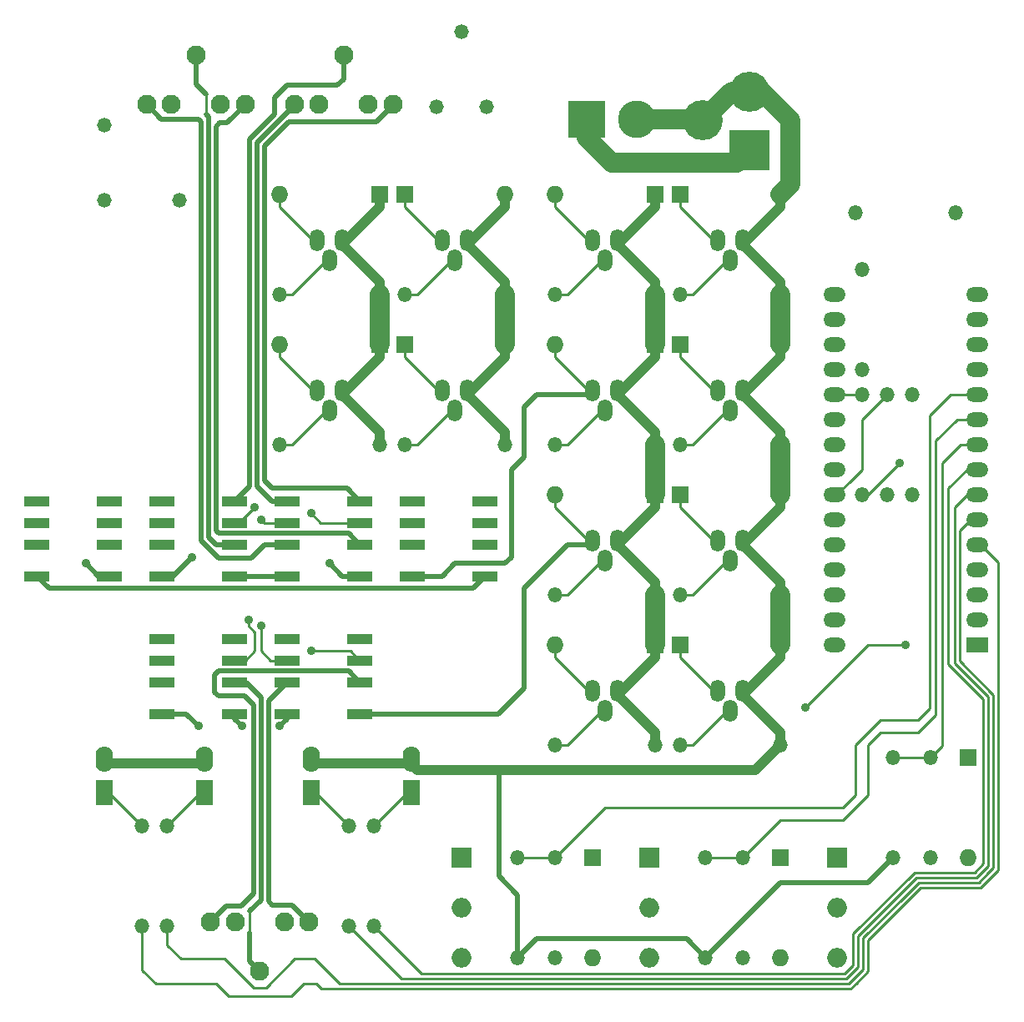
<source format=gtl>
G04 (created by PCBNEW (2013-07-07 BZR 4022)-stable) date Tue 03 Nov 2020 08:36:50 PM CST*
%MOIN*%
G04 Gerber Fmt 3.4, Leading zero omitted, Abs format*
%FSLAX34Y34*%
G01*
G70*
G90*
G04 APERTURE LIST*
%ADD10C,0.00590551*%
%ADD11R,0.069X0.069*%
%ADD12O,0.069X0.069*%
%ADD13O,0.059X0.0885*%
%ADD14C,0.0767717*%
%ADD15O,0.059X0.059*%
%ADD16R,0.069X0.1035*%
%ADD17O,0.069X0.1035*%
%ADD18R,0.0885X0.059*%
%ADD19O,0.0885X0.059*%
%ADD20R,0.0787402X0.0787402*%
%ADD21O,0.0787402X0.0787402*%
%ADD22R,0.16X0.16*%
%ADD23C,0.16*%
%ADD24R,0.15X0.15*%
%ADD25C,0.15*%
%ADD26R,0.0984252X0.0393701*%
%ADD27O,0.058X0.058*%
%ADD28C,0.035*%
%ADD29C,0.01*%
%ADD30C,0.08*%
%ADD31C,0.04*%
%ADD32C,0.02*%
G04 APERTURE END LIST*
G54D10*
G54D11*
X58000Y-92500D03*
G54D12*
X58000Y-96500D03*
G54D13*
X45500Y-67852D03*
X45000Y-68647D03*
X44500Y-67852D03*
X56500Y-85852D03*
X56000Y-86647D03*
X55500Y-85852D03*
X56500Y-73852D03*
X56000Y-74647D03*
X55500Y-73852D03*
X56500Y-79852D03*
X56000Y-80647D03*
X55500Y-79852D03*
X56500Y-67852D03*
X56000Y-68647D03*
X55500Y-67852D03*
X45500Y-73852D03*
X45000Y-74647D03*
X44500Y-73852D03*
G54D14*
X37204Y-97047D03*
X36220Y-95078D03*
X38188Y-95078D03*
X35236Y-95078D03*
X39173Y-95078D03*
G54D15*
X54000Y-76000D03*
X58000Y-76000D03*
X42000Y-70000D03*
X38000Y-70000D03*
X53000Y-76000D03*
X49000Y-76000D03*
X53000Y-82000D03*
X49000Y-82000D03*
X43000Y-70000D03*
X47000Y-70000D03*
X43000Y-76000D03*
X47000Y-76000D03*
X54000Y-82000D03*
X58000Y-82000D03*
X53000Y-88000D03*
X49000Y-88000D03*
X54000Y-88000D03*
X58000Y-88000D03*
X53000Y-70000D03*
X49000Y-70000D03*
X54000Y-70000D03*
X58000Y-70000D03*
X42000Y-76000D03*
X38000Y-76000D03*
X49000Y-96500D03*
X49000Y-92500D03*
X56500Y-96500D03*
X56500Y-92500D03*
X64000Y-92500D03*
X64000Y-88500D03*
X40750Y-95250D03*
X40750Y-91250D03*
X41750Y-95250D03*
X41750Y-91250D03*
X33500Y-95250D03*
X33500Y-91250D03*
X32500Y-95250D03*
X32500Y-91250D03*
G54D16*
X35000Y-89922D03*
G54D17*
X35000Y-88577D03*
G54D16*
X39250Y-89922D03*
G54D17*
X39250Y-88577D03*
G54D16*
X43250Y-89922D03*
G54D17*
X43250Y-88577D03*
G54D16*
X31000Y-89922D03*
G54D17*
X31000Y-88577D03*
G54D11*
X65500Y-88500D03*
G54D12*
X65500Y-92500D03*
G54D11*
X50500Y-92500D03*
G54D12*
X50500Y-96500D03*
G54D11*
X42000Y-72000D03*
G54D12*
X38000Y-72000D03*
G54D11*
X43000Y-72000D03*
G54D12*
X47000Y-72000D03*
G54D11*
X54000Y-66000D03*
G54D12*
X58000Y-66000D03*
G54D11*
X53000Y-66000D03*
G54D12*
X49000Y-66000D03*
G54D11*
X43000Y-66000D03*
G54D12*
X47000Y-66000D03*
G54D11*
X42000Y-66000D03*
G54D12*
X38000Y-66000D03*
G54D11*
X53000Y-84000D03*
G54D12*
X49000Y-84000D03*
G54D11*
X54000Y-84000D03*
G54D12*
X58000Y-84000D03*
G54D11*
X54000Y-72000D03*
G54D12*
X58000Y-72000D03*
G54D11*
X53000Y-72000D03*
G54D12*
X49000Y-72000D03*
G54D11*
X53000Y-78000D03*
G54D12*
X49000Y-78000D03*
G54D11*
X54000Y-78000D03*
G54D12*
X58000Y-78000D03*
G54D18*
X65852Y-84000D03*
G54D19*
X65852Y-83000D03*
X65852Y-82000D03*
X65852Y-81000D03*
X60147Y-79000D03*
X60147Y-80000D03*
X60147Y-81000D03*
X65852Y-80000D03*
X65852Y-79000D03*
X65852Y-78000D03*
X60147Y-78000D03*
X60147Y-77000D03*
X60147Y-76000D03*
X65852Y-77000D03*
X65852Y-76000D03*
X65852Y-75000D03*
X65852Y-74000D03*
X65852Y-73000D03*
X65852Y-72000D03*
X65852Y-71000D03*
X60147Y-75000D03*
X60147Y-74000D03*
X60147Y-73000D03*
X60147Y-72000D03*
X60147Y-71000D03*
X60147Y-70000D03*
X65852Y-70000D03*
X60147Y-82000D03*
X60147Y-83000D03*
X60147Y-84000D03*
G54D20*
X60250Y-92500D03*
G54D21*
X60250Y-94500D03*
X60250Y-96500D03*
G54D20*
X52750Y-92500D03*
G54D21*
X52750Y-94500D03*
X52750Y-96500D03*
G54D20*
X45250Y-92500D03*
G54D21*
X45250Y-94500D03*
X45250Y-96500D03*
G54D22*
X56750Y-64250D03*
G54D23*
X56750Y-61900D03*
X54900Y-63050D03*
G54D24*
X50250Y-63000D03*
G54D25*
X52250Y-63000D03*
G54D15*
X47500Y-92500D03*
X47500Y-96500D03*
X55000Y-92500D03*
X55000Y-96500D03*
X62500Y-88500D03*
X62500Y-92500D03*
G54D26*
X33293Y-85500D03*
X33293Y-84633D03*
X33293Y-83767D03*
X33293Y-86759D03*
X36206Y-85500D03*
X36206Y-84633D03*
X36206Y-83767D03*
X36206Y-86759D03*
X38293Y-85500D03*
X38293Y-84633D03*
X38293Y-83767D03*
X38293Y-86759D03*
X41206Y-85500D03*
X41206Y-84633D03*
X41206Y-83767D03*
X41206Y-86759D03*
X43293Y-80000D03*
X43293Y-79133D03*
X43293Y-78267D03*
X43293Y-81259D03*
X46206Y-80000D03*
X46206Y-79133D03*
X46206Y-78267D03*
X46206Y-81259D03*
X38293Y-80000D03*
X38293Y-79133D03*
X38293Y-78267D03*
X38293Y-81259D03*
X41206Y-80000D03*
X41206Y-79133D03*
X41206Y-78267D03*
X41206Y-81259D03*
X33293Y-80000D03*
X33293Y-79133D03*
X33293Y-78267D03*
X33293Y-81259D03*
X36206Y-80000D03*
X36206Y-79133D03*
X36206Y-78267D03*
X36206Y-81259D03*
X28293Y-80000D03*
X28293Y-79133D03*
X28293Y-78267D03*
X28293Y-81259D03*
X31206Y-80000D03*
X31206Y-79133D03*
X31206Y-78267D03*
X31206Y-81259D03*
G54D14*
X34645Y-60433D03*
X35629Y-62401D03*
X33661Y-62401D03*
X36614Y-62401D03*
X32677Y-62401D03*
X40551Y-60433D03*
X41535Y-62401D03*
X39566Y-62401D03*
X42519Y-62401D03*
X38582Y-62401D03*
G54D27*
X45250Y-59500D03*
X46250Y-62500D03*
X44250Y-62500D03*
X31000Y-66250D03*
X34000Y-66250D03*
X31000Y-63250D03*
G54D15*
X61250Y-69000D03*
X61250Y-73000D03*
X61000Y-66750D03*
X65000Y-66750D03*
X62250Y-74000D03*
X62250Y-78000D03*
X63250Y-78000D03*
X63250Y-74000D03*
X61250Y-74000D03*
X61250Y-78000D03*
G54D13*
X40500Y-67852D03*
X40000Y-68647D03*
X39500Y-67852D03*
X51500Y-67852D03*
X51000Y-68647D03*
X50500Y-67852D03*
X40500Y-73852D03*
X40000Y-74647D03*
X39500Y-73852D03*
X51500Y-73852D03*
X51000Y-74647D03*
X50500Y-73852D03*
X51500Y-79852D03*
X51000Y-80647D03*
X50500Y-79852D03*
X51500Y-85852D03*
X51000Y-86647D03*
X50500Y-85852D03*
G54D28*
X38000Y-87250D03*
X36500Y-87250D03*
X30250Y-80750D03*
X40000Y-80750D03*
X34750Y-87250D03*
X34500Y-80500D03*
X63000Y-84000D03*
X59000Y-86500D03*
X62750Y-76750D03*
X39250Y-84250D03*
X39250Y-78750D03*
X37000Y-78500D03*
X36750Y-83000D03*
X37250Y-83250D03*
X37250Y-79000D03*
G54D29*
X66700Y-92600D02*
X66700Y-80700D01*
X66700Y-92998D02*
X66700Y-92600D01*
X65400Y-93700D02*
X65998Y-93700D01*
X63598Y-93700D02*
X65400Y-93700D01*
X61500Y-96750D02*
X61500Y-95798D01*
X61500Y-97048D02*
X61500Y-96750D01*
X45350Y-97750D02*
X60798Y-97750D01*
X39450Y-97550D02*
X39650Y-97750D01*
X39650Y-97750D02*
X45350Y-97750D01*
X35950Y-98050D02*
X38200Y-98050D01*
X38200Y-98050D02*
X38450Y-98050D01*
X38450Y-98050D02*
X38950Y-97550D01*
X32500Y-95250D02*
X32500Y-97000D01*
X35450Y-97550D02*
X35850Y-97950D01*
X33050Y-97550D02*
X35450Y-97550D01*
X32500Y-97000D02*
X33050Y-97550D01*
X35850Y-97950D02*
X35950Y-98050D01*
X38950Y-97550D02*
X39450Y-97550D01*
X60798Y-97750D02*
X61024Y-97524D01*
X61024Y-97524D02*
X61500Y-97048D01*
X61500Y-95798D02*
X62799Y-94499D01*
X62799Y-94499D02*
X63598Y-93700D01*
X65998Y-93700D02*
X66249Y-93449D01*
X66249Y-93449D02*
X66700Y-92998D01*
X66700Y-80700D02*
X66000Y-80000D01*
X66500Y-92500D02*
X66500Y-86000D01*
X66500Y-92915D02*
X66500Y-92500D01*
X65550Y-93500D02*
X65915Y-93500D01*
X63515Y-93500D02*
X65550Y-93500D01*
X61300Y-96600D02*
X61300Y-95715D01*
X61300Y-96965D02*
X61300Y-96600D01*
X45450Y-97550D02*
X60715Y-97550D01*
X39400Y-96550D02*
X40400Y-97550D01*
X40400Y-97550D02*
X45450Y-97550D01*
X33500Y-95250D02*
X33500Y-96000D01*
X38600Y-96550D02*
X39150Y-96550D01*
X37450Y-97700D02*
X38600Y-96550D01*
X36950Y-97700D02*
X37450Y-97700D01*
X35800Y-96550D02*
X36950Y-97700D01*
X34050Y-96550D02*
X35800Y-96550D01*
X33500Y-96000D02*
X34050Y-96550D01*
X39150Y-96550D02*
X39400Y-96550D01*
X60715Y-97550D02*
X60957Y-97307D01*
X60957Y-97307D02*
X61300Y-96965D01*
X61300Y-95715D02*
X62982Y-94032D01*
X62982Y-94032D02*
X63515Y-93500D01*
X65915Y-93500D02*
X66307Y-93107D01*
X66307Y-93107D02*
X66500Y-92915D01*
X65600Y-79000D02*
X66000Y-79000D01*
X65150Y-79450D02*
X65600Y-79000D01*
X65150Y-84650D02*
X65150Y-79450D01*
X66500Y-86000D02*
X65150Y-84650D01*
X64949Y-79850D02*
X64949Y-78500D01*
X65133Y-84916D02*
X64949Y-84732D01*
X66300Y-86250D02*
X66300Y-86082D01*
X66300Y-86082D02*
X65158Y-84941D01*
X65158Y-84941D02*
X65133Y-84916D01*
X61100Y-96550D02*
X61100Y-95632D01*
X61100Y-96882D02*
X61100Y-96550D01*
X45450Y-97350D02*
X60632Y-97350D01*
X42850Y-97350D02*
X45450Y-97350D01*
X40750Y-95250D02*
X42850Y-97350D01*
X60632Y-97350D02*
X60966Y-97016D01*
X60966Y-97016D02*
X61100Y-96882D01*
X66300Y-92832D02*
X66300Y-92400D01*
X65832Y-93300D02*
X66300Y-92832D01*
X63432Y-93300D02*
X65832Y-93300D01*
X61100Y-95632D02*
X63432Y-93300D01*
X66300Y-92400D02*
X66300Y-86250D01*
X64949Y-84732D02*
X64949Y-84350D01*
X64949Y-79850D02*
X64949Y-84350D01*
X65450Y-78000D02*
X66000Y-78000D01*
X64949Y-78500D02*
X65450Y-78000D01*
X64700Y-80850D02*
X64700Y-77750D01*
X64700Y-84765D02*
X64700Y-80850D01*
X66100Y-92400D02*
X66100Y-86300D01*
X60900Y-95550D02*
X63350Y-93100D01*
X63350Y-93100D02*
X65750Y-93100D01*
X65750Y-93100D02*
X66100Y-92750D01*
X66100Y-92750D02*
X66100Y-92400D01*
X45450Y-97150D02*
X60550Y-97150D01*
X43650Y-97150D02*
X45450Y-97150D01*
X41750Y-95250D02*
X43650Y-97150D01*
X60900Y-96800D02*
X60900Y-96450D01*
X60550Y-97150D02*
X60900Y-96800D01*
X60900Y-96450D02*
X60900Y-95550D01*
X66100Y-86165D02*
X65067Y-85132D01*
X66100Y-86300D02*
X66100Y-86165D01*
X65067Y-85132D02*
X64700Y-84765D01*
X65450Y-77000D02*
X66000Y-77000D01*
X64700Y-77750D02*
X65450Y-77000D01*
G54D30*
X42000Y-72000D02*
X42000Y-70000D01*
X53000Y-72000D02*
X53000Y-70000D01*
X53000Y-78000D02*
X53000Y-76000D01*
X53000Y-82000D02*
X53000Y-84000D01*
G54D31*
X40500Y-74000D02*
X42000Y-72500D01*
X42000Y-72500D02*
X42000Y-72000D01*
X40500Y-68000D02*
X42000Y-66500D01*
X42000Y-66500D02*
X42000Y-66000D01*
X51500Y-68000D02*
X53000Y-66500D01*
X53000Y-66500D02*
X53000Y-66000D01*
X53000Y-72000D02*
X53000Y-72500D01*
X53000Y-72500D02*
X51500Y-74000D01*
X51500Y-80000D02*
X53000Y-78500D01*
X53000Y-78500D02*
X53000Y-78000D01*
X51500Y-86000D02*
X53000Y-84500D01*
X53000Y-84500D02*
X53000Y-84000D01*
X42000Y-76000D02*
X42000Y-75500D01*
X42000Y-75500D02*
X40500Y-74000D01*
X42000Y-70000D02*
X42000Y-69500D01*
X42000Y-69500D02*
X40500Y-68000D01*
X53000Y-70000D02*
X53000Y-69500D01*
X53000Y-69500D02*
X51500Y-68000D01*
X53000Y-76000D02*
X53000Y-75500D01*
X53000Y-75500D02*
X51500Y-74000D01*
X53000Y-82000D02*
X53000Y-81500D01*
X53000Y-81500D02*
X51500Y-80000D01*
X53000Y-88000D02*
X53000Y-87500D01*
X53000Y-87500D02*
X51500Y-86000D01*
X50250Y-63000D02*
X50250Y-63750D01*
X56250Y-64750D02*
X56750Y-64250D01*
G54D30*
X51250Y-64750D02*
X56250Y-64750D01*
X50250Y-63750D02*
X51250Y-64750D01*
G54D32*
X55000Y-96500D02*
X58000Y-93500D01*
X61500Y-93500D02*
X62500Y-92500D01*
X58000Y-93500D02*
X61500Y-93500D01*
X47500Y-96500D02*
X48250Y-95750D01*
X54250Y-95750D02*
X55000Y-96500D01*
X53750Y-95750D02*
X54250Y-95750D01*
X48250Y-95750D02*
X53750Y-95750D01*
X47500Y-96500D02*
X47500Y-94000D01*
X46750Y-93250D02*
X46750Y-89000D01*
X47500Y-94000D02*
X46750Y-93250D01*
G54D31*
X58000Y-88000D02*
X57000Y-89000D01*
X57000Y-89000D02*
X46750Y-89000D01*
X46750Y-89000D02*
X43500Y-89000D01*
X43500Y-89000D02*
X43250Y-88750D01*
G54D30*
X56750Y-61900D02*
X57250Y-61900D01*
X58400Y-65600D02*
X58000Y-66000D01*
X58400Y-63050D02*
X58400Y-65600D01*
X57250Y-61900D02*
X58400Y-63050D01*
G54D31*
X43250Y-88750D02*
X39250Y-88750D01*
X31000Y-88750D02*
X35000Y-88750D01*
G54D30*
X47000Y-72000D02*
X47000Y-70000D01*
X58000Y-72000D02*
X58000Y-70000D01*
X58000Y-78000D02*
X58000Y-76000D01*
X58000Y-82000D02*
X58000Y-84000D01*
G54D31*
X45500Y-74000D02*
X47000Y-72500D01*
X47000Y-72500D02*
X47000Y-72000D01*
X45500Y-68000D02*
X47000Y-66500D01*
X47000Y-66500D02*
X47000Y-66000D01*
X56500Y-68000D02*
X58000Y-66500D01*
X58000Y-66500D02*
X58000Y-66000D01*
X56500Y-74000D02*
X58000Y-72500D01*
X58000Y-72500D02*
X58000Y-72000D01*
X56500Y-80000D02*
X58000Y-78500D01*
X58000Y-78500D02*
X58000Y-78000D01*
X56500Y-86000D02*
X58000Y-84500D01*
X58000Y-84500D02*
X58000Y-84000D01*
X47000Y-76000D02*
X47000Y-75500D01*
X47000Y-75500D02*
X45500Y-74000D01*
X47000Y-70000D02*
X47000Y-69500D01*
X47000Y-69500D02*
X45500Y-68000D01*
X58000Y-70000D02*
X58000Y-69500D01*
X58000Y-69500D02*
X56500Y-68000D01*
X58000Y-76000D02*
X58000Y-75500D01*
X58000Y-75500D02*
X56500Y-74000D01*
X58000Y-82000D02*
X58000Y-81500D01*
X58000Y-81500D02*
X56500Y-80000D01*
X58000Y-88000D02*
X58000Y-87500D01*
X58000Y-87500D02*
X56500Y-86000D01*
G54D30*
X54900Y-63050D02*
X56050Y-61900D01*
G54D31*
X56050Y-61900D02*
X56750Y-61900D01*
G54D30*
X52250Y-63000D02*
X54850Y-63000D01*
X54850Y-63000D02*
X54900Y-63050D01*
G54D32*
X36206Y-86759D02*
X36206Y-86956D01*
X38293Y-86956D02*
X38293Y-86759D01*
X38000Y-87250D02*
X38293Y-86956D01*
X36206Y-86956D02*
X36500Y-87250D01*
G54D29*
X41750Y-91250D02*
X43250Y-89750D01*
X40750Y-91250D02*
X39250Y-89750D01*
X33500Y-91250D02*
X35000Y-89750D01*
X32500Y-91250D02*
X31000Y-89750D01*
G54D32*
X36206Y-78267D02*
X36800Y-77674D01*
X40551Y-61398D02*
X40551Y-60433D01*
X40300Y-61650D02*
X40551Y-61398D01*
X38300Y-61650D02*
X40300Y-61650D01*
X37800Y-62150D02*
X38300Y-61650D01*
X37800Y-62813D02*
X37800Y-62150D01*
X36800Y-63813D02*
X37800Y-62813D01*
X36800Y-77674D02*
X36800Y-63813D01*
X42519Y-62401D02*
X42519Y-62430D01*
X40688Y-77750D02*
X41206Y-78267D01*
X37700Y-77750D02*
X40688Y-77750D01*
X37400Y-77450D02*
X37700Y-77750D01*
X37400Y-64062D02*
X37400Y-77450D01*
X38362Y-63100D02*
X37400Y-64062D01*
X41850Y-63100D02*
X38362Y-63100D01*
X42519Y-62430D02*
X41850Y-63100D01*
G54D29*
X47500Y-92500D02*
X49000Y-92500D01*
X63950Y-85900D02*
X63950Y-74850D01*
X63950Y-86550D02*
X63950Y-85900D01*
X61000Y-88000D02*
X62000Y-87000D01*
X51000Y-90500D02*
X60500Y-90500D01*
X60500Y-90500D02*
X61000Y-90000D01*
X61000Y-90000D02*
X61000Y-89000D01*
X61000Y-89000D02*
X61000Y-88000D01*
X49000Y-92500D02*
X51000Y-90500D01*
X62000Y-87000D02*
X63500Y-87000D01*
X63500Y-87000D02*
X63950Y-86550D01*
X64800Y-74000D02*
X66000Y-74000D01*
X63950Y-74850D02*
X64800Y-74000D01*
G54D32*
X37250Y-94200D02*
X36800Y-94650D01*
X36650Y-85500D02*
X37250Y-86100D01*
X37250Y-86100D02*
X37250Y-94200D01*
G54D29*
X36800Y-94650D02*
X36800Y-95500D01*
G54D32*
X36800Y-95500D02*
X36800Y-96642D01*
X37204Y-97047D02*
X36800Y-96642D01*
X36650Y-85500D02*
X36206Y-85500D01*
G54D29*
X55000Y-92500D02*
X56500Y-92500D01*
X64200Y-85400D02*
X64200Y-75850D01*
X64200Y-86800D02*
X64200Y-85400D01*
X56500Y-92500D02*
X58000Y-91000D01*
X63500Y-87500D02*
X64000Y-87000D01*
X62000Y-87500D02*
X63500Y-87500D01*
X61500Y-88000D02*
X62000Y-87500D01*
X61500Y-90000D02*
X61500Y-88000D01*
X60500Y-91000D02*
X61500Y-90000D01*
X58000Y-91000D02*
X60500Y-91000D01*
X64000Y-87000D02*
X64200Y-86800D01*
X65050Y-75000D02*
X66000Y-75000D01*
X64200Y-75850D02*
X65050Y-75000D01*
X64000Y-88500D02*
X62500Y-88500D01*
X64450Y-84350D02*
X64450Y-76750D01*
X64450Y-88050D02*
X64450Y-84350D01*
X64000Y-88500D02*
X64450Y-88050D01*
X65200Y-76000D02*
X66000Y-76000D01*
X64450Y-76750D02*
X65200Y-76000D01*
G54D32*
X36206Y-81259D02*
X38293Y-81259D01*
X38293Y-80000D02*
X37400Y-80000D01*
X33275Y-63000D02*
X32677Y-62401D01*
X34750Y-63000D02*
X33275Y-63000D01*
X34849Y-63099D02*
X34750Y-63000D01*
X34849Y-79849D02*
X34849Y-63099D01*
X35550Y-80550D02*
X34849Y-79849D01*
X36850Y-80550D02*
X35550Y-80550D01*
X37400Y-80000D02*
X36850Y-80550D01*
X38582Y-62401D02*
X38582Y-62455D01*
X37693Y-78267D02*
X38293Y-78267D01*
X37100Y-77674D02*
X37693Y-78267D01*
X37100Y-63937D02*
X37100Y-77674D01*
X38582Y-62455D02*
X37100Y-63937D01*
X38293Y-85500D02*
X37550Y-86243D01*
X37700Y-94400D02*
X38494Y-94400D01*
X37550Y-94250D02*
X37700Y-94400D01*
X37550Y-94249D02*
X37550Y-94250D01*
X37550Y-86243D02*
X37550Y-94249D01*
X38494Y-94400D02*
X39173Y-95078D01*
G54D29*
X38494Y-94400D02*
X37650Y-94400D01*
X39173Y-95078D02*
X38494Y-94400D01*
X37900Y-85500D02*
X38293Y-85500D01*
X61250Y-74000D02*
X60000Y-74000D01*
G54D32*
X35450Y-79100D02*
X35450Y-79450D01*
X36614Y-62435D02*
X35900Y-63150D01*
X35900Y-63150D02*
X35600Y-63150D01*
X35600Y-63150D02*
X35450Y-63299D01*
X35450Y-63299D02*
X35450Y-79100D01*
X36614Y-62401D02*
X36614Y-62435D01*
X40756Y-79550D02*
X41206Y-80000D01*
X35550Y-79550D02*
X40756Y-79550D01*
X35450Y-79450D02*
X35550Y-79550D01*
X36206Y-80000D02*
X35450Y-80000D01*
X34645Y-61595D02*
X34645Y-60433D01*
X35050Y-62000D02*
X34645Y-61595D01*
G54D29*
X35050Y-62800D02*
X35050Y-62000D01*
G54D32*
X35150Y-62900D02*
X35050Y-62800D01*
X35150Y-79700D02*
X35150Y-62900D01*
X35450Y-80000D02*
X35150Y-79700D01*
G54D29*
X62250Y-74000D02*
X61250Y-75000D01*
X60250Y-77750D02*
X60000Y-78000D01*
X60500Y-77750D02*
X60250Y-77750D01*
X60750Y-77500D02*
X60500Y-77750D01*
X61250Y-77000D02*
X60750Y-77500D01*
X61250Y-75000D02*
X61250Y-77000D01*
G54D32*
X43293Y-81259D02*
X44490Y-81259D01*
X48250Y-74000D02*
X50500Y-74000D01*
X47750Y-74500D02*
X48250Y-74000D01*
X47750Y-76500D02*
X47750Y-74500D01*
X47250Y-77000D02*
X47750Y-76500D01*
X47250Y-80500D02*
X47250Y-77000D01*
X47000Y-80750D02*
X47250Y-80500D01*
X45000Y-80750D02*
X47000Y-80750D01*
X44490Y-81259D02*
X45000Y-80750D01*
G54D29*
X54000Y-72500D02*
X55500Y-74000D01*
X49000Y-72500D02*
X50500Y-74000D01*
X54000Y-72000D02*
X54000Y-72500D01*
X49000Y-72000D02*
X49000Y-72500D01*
G54D32*
X41206Y-86759D02*
X46740Y-86759D01*
X49500Y-80000D02*
X50500Y-80000D01*
X47750Y-81750D02*
X49500Y-80000D01*
X47750Y-85750D02*
X47750Y-81750D01*
X46740Y-86759D02*
X47750Y-85750D01*
G54D29*
X49000Y-78000D02*
X49000Y-78500D01*
X49000Y-78500D02*
X50500Y-80000D01*
X54000Y-78000D02*
X54000Y-78500D01*
X54000Y-78500D02*
X55500Y-80000D01*
G54D32*
X31206Y-81259D02*
X30759Y-81259D01*
X30759Y-81259D02*
X30250Y-80750D01*
G54D29*
X38000Y-66500D02*
X39500Y-68000D01*
X43000Y-66500D02*
X44500Y-68000D01*
X38000Y-66000D02*
X38000Y-66500D01*
X43000Y-66000D02*
X43000Y-66500D01*
X43000Y-72000D02*
X43000Y-72500D01*
X38000Y-72000D02*
X38000Y-72500D01*
G54D32*
X40509Y-81259D02*
X41206Y-81259D01*
X40000Y-80750D02*
X40509Y-81259D01*
G54D29*
X43000Y-72500D02*
X44500Y-74000D01*
X38000Y-72500D02*
X39500Y-74000D01*
G54D32*
X33293Y-86759D02*
X34259Y-86759D01*
X34259Y-86759D02*
X34750Y-87250D01*
G54D29*
X54000Y-84000D02*
X54000Y-84500D01*
X54000Y-84500D02*
X55500Y-86000D01*
X49000Y-84000D02*
X49000Y-84500D01*
X49000Y-84500D02*
X50500Y-86000D01*
X49000Y-66000D02*
X49000Y-66500D01*
X54000Y-66000D02*
X54000Y-66500D01*
X54000Y-66500D02*
X55500Y-68000D01*
G54D32*
X33740Y-81259D02*
X33293Y-81259D01*
X34500Y-80500D02*
X33740Y-81259D01*
G54D29*
X49000Y-66500D02*
X50500Y-68000D01*
G54D32*
X36450Y-94450D02*
X36949Y-93950D01*
X36450Y-94450D02*
X35864Y-94450D01*
X35236Y-95078D02*
X35864Y-94450D01*
X36949Y-86399D02*
X36600Y-86050D01*
X36949Y-93950D02*
X36949Y-86399D01*
X35550Y-85050D02*
X35400Y-85200D01*
X35400Y-85200D02*
X35400Y-85900D01*
X35400Y-85900D02*
X35550Y-86050D01*
X35550Y-86050D02*
X36600Y-86050D01*
X41206Y-85500D02*
X40756Y-85050D01*
X35550Y-85050D02*
X40756Y-85050D01*
X36600Y-86050D02*
X36900Y-86350D01*
G54D29*
X35914Y-94400D02*
X35236Y-95078D01*
G54D32*
X28293Y-81259D02*
X28783Y-81750D01*
X45716Y-81750D02*
X46206Y-81259D01*
X28783Y-81750D02*
X45716Y-81750D01*
G54D29*
X54500Y-70000D02*
X56000Y-68500D01*
X54000Y-70000D02*
X54500Y-70000D01*
X43500Y-76000D02*
X45000Y-74500D01*
X43000Y-76000D02*
X43500Y-76000D01*
X54000Y-88000D02*
X54500Y-88000D01*
X54500Y-88000D02*
X56000Y-86500D01*
X54000Y-82000D02*
X54500Y-82000D01*
X54500Y-82000D02*
X56000Y-80500D01*
X54000Y-76000D02*
X54500Y-76000D01*
X54500Y-76000D02*
X56000Y-74500D01*
X43000Y-70000D02*
X43500Y-70000D01*
X43500Y-70000D02*
X45000Y-68500D01*
X38500Y-76000D02*
X40000Y-74500D01*
X38000Y-76000D02*
X38500Y-76000D01*
X49500Y-70000D02*
X51000Y-68500D01*
X49000Y-70000D02*
X49500Y-70000D01*
X49000Y-82000D02*
X49500Y-82000D01*
X49500Y-82000D02*
X51000Y-80500D01*
X61500Y-84000D02*
X63000Y-84000D01*
X59000Y-86500D02*
X61500Y-84000D01*
X49000Y-88000D02*
X49500Y-88000D01*
X49500Y-88000D02*
X51000Y-86500D01*
X38000Y-70000D02*
X38500Y-70000D01*
X38500Y-70000D02*
X40000Y-68500D01*
X61500Y-78000D02*
X61250Y-78000D01*
X61750Y-77750D02*
X61500Y-78000D01*
X62750Y-76750D02*
X61750Y-77750D01*
X49000Y-76000D02*
X49500Y-76000D01*
X49500Y-76000D02*
X51000Y-74500D01*
X41206Y-79133D02*
X39633Y-79133D01*
X40822Y-84250D02*
X41206Y-84633D01*
X39250Y-84250D02*
X40822Y-84250D01*
X39633Y-79133D02*
X39250Y-78750D01*
X36206Y-84633D02*
X36616Y-84633D01*
X36366Y-79133D02*
X36206Y-79133D01*
X37000Y-78500D02*
X36366Y-79133D01*
X36750Y-83250D02*
X36750Y-83000D01*
X37000Y-83500D02*
X36750Y-83250D01*
X37000Y-84250D02*
X37000Y-83500D01*
X36616Y-84633D02*
X37000Y-84250D01*
X38293Y-79133D02*
X37383Y-79133D01*
X37633Y-84633D02*
X38293Y-84633D01*
X37250Y-84250D02*
X37633Y-84633D01*
X37250Y-83250D02*
X37250Y-84250D01*
X37383Y-79133D02*
X37250Y-79000D01*
M02*

</source>
